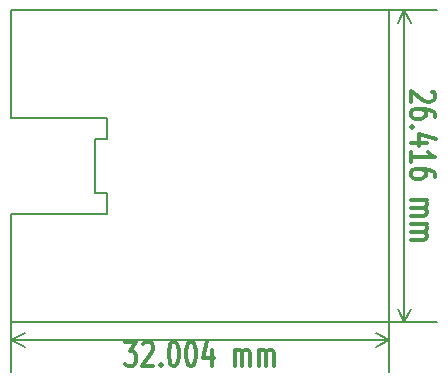
<source format=gbr>
G04 (created by PCBNEW-RS274X (2011-12-28 BZR 3254)-stable) date 17/03/2012 11:59:51*
G01*
G70*
G90*
%MOIN*%
G04 Gerber Fmt 3.4, Leading zero omitted, Abs format*
%FSLAX34Y34*%
G04 APERTURE LIST*
%ADD10C,0.006000*%
%ADD11C,0.012000*%
%ADD12C,0.005000*%
G04 APERTURE END LIST*
G54D10*
G54D11*
X41987Y-55858D02*
X42358Y-55858D01*
X42158Y-56163D01*
X42244Y-56163D01*
X42301Y-56201D01*
X42330Y-56239D01*
X42358Y-56315D01*
X42358Y-56505D01*
X42330Y-56582D01*
X42301Y-56620D01*
X42244Y-56658D01*
X42072Y-56658D01*
X42015Y-56620D01*
X41987Y-56582D01*
X42586Y-55934D02*
X42615Y-55896D01*
X42672Y-55858D01*
X42815Y-55858D01*
X42872Y-55896D01*
X42901Y-55934D01*
X42929Y-56010D01*
X42929Y-56086D01*
X42901Y-56201D01*
X42558Y-56658D01*
X42929Y-56658D01*
X43186Y-56582D02*
X43214Y-56620D01*
X43186Y-56658D01*
X43157Y-56620D01*
X43186Y-56582D01*
X43186Y-56658D01*
X43586Y-55858D02*
X43643Y-55858D01*
X43700Y-55896D01*
X43729Y-55934D01*
X43758Y-56010D01*
X43786Y-56163D01*
X43786Y-56353D01*
X43758Y-56505D01*
X43729Y-56582D01*
X43700Y-56620D01*
X43643Y-56658D01*
X43586Y-56658D01*
X43529Y-56620D01*
X43500Y-56582D01*
X43472Y-56505D01*
X43443Y-56353D01*
X43443Y-56163D01*
X43472Y-56010D01*
X43500Y-55934D01*
X43529Y-55896D01*
X43586Y-55858D01*
X44157Y-55858D02*
X44214Y-55858D01*
X44271Y-55896D01*
X44300Y-55934D01*
X44329Y-56010D01*
X44357Y-56163D01*
X44357Y-56353D01*
X44329Y-56505D01*
X44300Y-56582D01*
X44271Y-56620D01*
X44214Y-56658D01*
X44157Y-56658D01*
X44100Y-56620D01*
X44071Y-56582D01*
X44043Y-56505D01*
X44014Y-56353D01*
X44014Y-56163D01*
X44043Y-56010D01*
X44071Y-55934D01*
X44100Y-55896D01*
X44157Y-55858D01*
X44871Y-56124D02*
X44871Y-56658D01*
X44728Y-55820D02*
X44585Y-56391D01*
X44957Y-56391D01*
X45642Y-56658D02*
X45642Y-56124D01*
X45642Y-56201D02*
X45670Y-56163D01*
X45728Y-56124D01*
X45813Y-56124D01*
X45870Y-56163D01*
X45899Y-56239D01*
X45899Y-56658D01*
X45899Y-56239D02*
X45928Y-56163D01*
X45985Y-56124D01*
X46070Y-56124D01*
X46128Y-56163D01*
X46156Y-56239D01*
X46156Y-56658D01*
X46442Y-56658D02*
X46442Y-56124D01*
X46442Y-56201D02*
X46470Y-56163D01*
X46528Y-56124D01*
X46613Y-56124D01*
X46670Y-56163D01*
X46699Y-56239D01*
X46699Y-56658D01*
X46699Y-56239D02*
X46728Y-56163D01*
X46785Y-56124D01*
X46870Y-56124D01*
X46928Y-56163D01*
X46956Y-56239D01*
X46956Y-56658D01*
G54D12*
X38200Y-55799D02*
X50800Y-55799D01*
X38200Y-55200D02*
X38200Y-56869D01*
X50800Y-55200D02*
X50800Y-56869D01*
X50800Y-55799D02*
X50357Y-56029D01*
X50800Y-55799D02*
X50357Y-55569D01*
X38200Y-55799D02*
X38643Y-56029D01*
X38200Y-55799D02*
X38643Y-55569D01*
G54D11*
X52234Y-47515D02*
X52272Y-47544D01*
X52310Y-47601D01*
X52310Y-47744D01*
X52272Y-47801D01*
X52234Y-47830D01*
X52158Y-47858D01*
X52082Y-47858D01*
X51967Y-47830D01*
X51510Y-47487D01*
X51510Y-47858D01*
X52310Y-48372D02*
X52310Y-48258D01*
X52272Y-48201D01*
X52234Y-48172D01*
X52120Y-48115D01*
X51967Y-48086D01*
X51663Y-48086D01*
X51586Y-48115D01*
X51548Y-48143D01*
X51510Y-48201D01*
X51510Y-48315D01*
X51548Y-48372D01*
X51586Y-48401D01*
X51663Y-48429D01*
X51853Y-48429D01*
X51929Y-48401D01*
X51967Y-48372D01*
X52005Y-48315D01*
X52005Y-48201D01*
X51967Y-48143D01*
X51929Y-48115D01*
X51853Y-48086D01*
X51586Y-48686D02*
X51548Y-48714D01*
X51510Y-48686D01*
X51548Y-48657D01*
X51586Y-48686D01*
X51510Y-48686D01*
X52044Y-49229D02*
X51510Y-49229D01*
X52348Y-49086D02*
X51777Y-48943D01*
X51777Y-49315D01*
X51510Y-49857D02*
X51510Y-49514D01*
X51510Y-49686D02*
X52310Y-49686D01*
X52196Y-49629D01*
X52120Y-49571D01*
X52082Y-49514D01*
X52310Y-50371D02*
X52310Y-50257D01*
X52272Y-50200D01*
X52234Y-50171D01*
X52120Y-50114D01*
X51967Y-50085D01*
X51663Y-50085D01*
X51586Y-50114D01*
X51548Y-50142D01*
X51510Y-50200D01*
X51510Y-50314D01*
X51548Y-50371D01*
X51586Y-50400D01*
X51663Y-50428D01*
X51853Y-50428D01*
X51929Y-50400D01*
X51967Y-50371D01*
X52005Y-50314D01*
X52005Y-50200D01*
X51967Y-50142D01*
X51929Y-50114D01*
X51853Y-50085D01*
X51510Y-51142D02*
X52044Y-51142D01*
X51967Y-51142D02*
X52005Y-51170D01*
X52044Y-51228D01*
X52044Y-51313D01*
X52005Y-51370D01*
X51929Y-51399D01*
X51510Y-51399D01*
X51929Y-51399D02*
X52005Y-51428D01*
X52044Y-51485D01*
X52044Y-51570D01*
X52005Y-51628D01*
X51929Y-51656D01*
X51510Y-51656D01*
X51510Y-51942D02*
X52044Y-51942D01*
X51967Y-51942D02*
X52005Y-51970D01*
X52044Y-52028D01*
X52044Y-52113D01*
X52005Y-52170D01*
X51929Y-52199D01*
X51510Y-52199D01*
X51929Y-52199D02*
X52005Y-52228D01*
X52044Y-52285D01*
X52044Y-52370D01*
X52005Y-52428D01*
X51929Y-52456D01*
X51510Y-52456D01*
G54D12*
X51299Y-44800D02*
X51299Y-55200D01*
X50800Y-44800D02*
X52369Y-44800D01*
X50800Y-55200D02*
X52369Y-55200D01*
X51299Y-55200D02*
X51069Y-54757D01*
X51299Y-55200D02*
X51529Y-54757D01*
X51299Y-44800D02*
X51069Y-45243D01*
X51299Y-44800D02*
X51529Y-45243D01*
X38200Y-44800D02*
X38200Y-48400D01*
X38200Y-51600D02*
X38200Y-55200D01*
X41400Y-48400D02*
X41400Y-49100D01*
X41400Y-50900D02*
X41400Y-51600D01*
X38200Y-51600D02*
X41400Y-51600D01*
X38200Y-48400D02*
X41400Y-48400D01*
X50800Y-44800D02*
X50800Y-55200D01*
X41400Y-49100D02*
X41000Y-49100D01*
X50800Y-44800D02*
X38200Y-44800D01*
X50800Y-55200D02*
X38200Y-55200D01*
X41000Y-49100D02*
X41000Y-50900D01*
X41000Y-50900D02*
X41400Y-50900D01*
M02*

</source>
